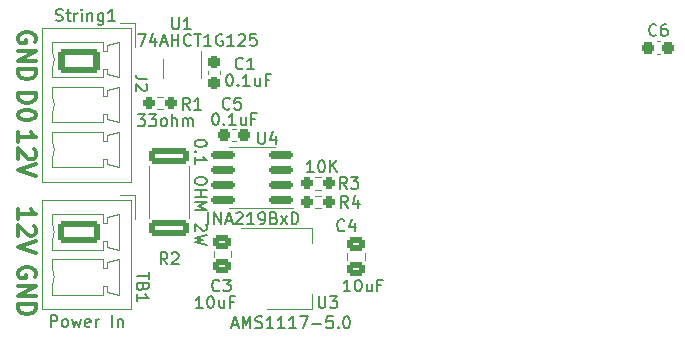
<source format=gbr>
%TF.GenerationSoftware,KiCad,Pcbnew,7.0.10*%
%TF.CreationDate,2024-02-11T01:36:44-05:00*%
%TF.ProjectId,RP2040_Count2,52503230-3430-45f4-936f-756e74322e6b,v2*%
%TF.SameCoordinates,Original*%
%TF.FileFunction,Legend,Top*%
%TF.FilePolarity,Positive*%
%FSLAX46Y46*%
G04 Gerber Fmt 4.6, Leading zero omitted, Abs format (unit mm)*
G04 Created by KiCad (PCBNEW 7.0.10) date 2024-02-11 01:36:44*
%MOMM*%
%LPD*%
G01*
G04 APERTURE LIST*
G04 Aperture macros list*
%AMRoundRect*
0 Rectangle with rounded corners*
0 $1 Rounding radius*
0 $2 $3 $4 $5 $6 $7 $8 $9 X,Y pos of 4 corners*
0 Add a 4 corners polygon primitive as box body*
4,1,4,$2,$3,$4,$5,$6,$7,$8,$9,$2,$3,0*
0 Add four circle primitives for the rounded corners*
1,1,$1+$1,$2,$3*
1,1,$1+$1,$4,$5*
1,1,$1+$1,$6,$7*
1,1,$1+$1,$8,$9*
0 Add four rect primitives between the rounded corners*
20,1,$1+$1,$2,$3,$4,$5,0*
20,1,$1+$1,$4,$5,$6,$7,0*
20,1,$1+$1,$6,$7,$8,$9,0*
20,1,$1+$1,$8,$9,$2,$3,0*%
G04 Aperture macros list end*
%ADD10C,0.300000*%
%ADD11C,0.150000*%
%ADD12C,0.120000*%
%ADD13O,1.500000X2.500000*%
%ADD14O,2.500000X1.500000*%
%ADD15RoundRect,0.249999X1.425001X-0.450001X1.425001X0.450001X-1.425001X0.450001X-1.425001X-0.450001X0*%
%ADD16RoundRect,0.250000X-1.550000X0.650000X-1.550000X-0.650000X1.550000X-0.650000X1.550000X0.650000X0*%
%ADD17O,3.600000X1.800000*%
%ADD18RoundRect,0.237500X-0.250000X-0.237500X0.250000X-0.237500X0.250000X0.237500X-0.250000X0.237500X0*%
%ADD19RoundRect,0.237500X-0.300000X-0.237500X0.300000X-0.237500X0.300000X0.237500X-0.300000X0.237500X0*%
%ADD20RoundRect,0.237500X0.237500X-0.300000X0.237500X0.300000X-0.237500X0.300000X-0.237500X-0.300000X0*%
%ADD21R,0.510000X0.700000*%
%ADD22RoundRect,0.150000X0.825000X0.150000X-0.825000X0.150000X-0.825000X-0.150000X0.825000X-0.150000X0*%
%ADD23RoundRect,0.250000X0.475000X-0.337500X0.475000X0.337500X-0.475000X0.337500X-0.475000X-0.337500X0*%
%ADD24R,2.000000X1.500000*%
%ADD25R,2.000000X3.800000*%
%ADD26RoundRect,0.291667X-1.508333X0.758333X-1.508333X-0.758333X1.508333X-0.758333X1.508333X0.758333X0*%
%ADD27O,3.600000X2.100000*%
%ADD28C,2.200000*%
%ADD29C,1.700000*%
G04 APERTURE END LIST*
D10*
X100199171Y-84540225D02*
X100199171Y-83683082D01*
X100199171Y-84111653D02*
X101699171Y-84111653D01*
X101699171Y-84111653D02*
X101484885Y-83968796D01*
X101484885Y-83968796D02*
X101342028Y-83825939D01*
X101342028Y-83825939D02*
X101270600Y-83683082D01*
X101556314Y-85111653D02*
X101627742Y-85183081D01*
X101627742Y-85183081D02*
X101699171Y-85325939D01*
X101699171Y-85325939D02*
X101699171Y-85683081D01*
X101699171Y-85683081D02*
X101627742Y-85825939D01*
X101627742Y-85825939D02*
X101556314Y-85897367D01*
X101556314Y-85897367D02*
X101413457Y-85968796D01*
X101413457Y-85968796D02*
X101270600Y-85968796D01*
X101270600Y-85968796D02*
X101056314Y-85897367D01*
X101056314Y-85897367D02*
X100199171Y-85040224D01*
X100199171Y-85040224D02*
X100199171Y-85968796D01*
X101699171Y-86397367D02*
X100199171Y-86897367D01*
X100199171Y-86897367D02*
X101699171Y-87397367D01*
X101627742Y-76040225D02*
X101699171Y-75897368D01*
X101699171Y-75897368D02*
X101699171Y-75683082D01*
X101699171Y-75683082D02*
X101627742Y-75468796D01*
X101627742Y-75468796D02*
X101484885Y-75325939D01*
X101484885Y-75325939D02*
X101342028Y-75254510D01*
X101342028Y-75254510D02*
X101056314Y-75183082D01*
X101056314Y-75183082D02*
X100842028Y-75183082D01*
X100842028Y-75183082D02*
X100556314Y-75254510D01*
X100556314Y-75254510D02*
X100413457Y-75325939D01*
X100413457Y-75325939D02*
X100270600Y-75468796D01*
X100270600Y-75468796D02*
X100199171Y-75683082D01*
X100199171Y-75683082D02*
X100199171Y-75825939D01*
X100199171Y-75825939D02*
X100270600Y-76040225D01*
X100270600Y-76040225D02*
X100342028Y-76111653D01*
X100342028Y-76111653D02*
X100842028Y-76111653D01*
X100842028Y-76111653D02*
X100842028Y-75825939D01*
X100199171Y-76754510D02*
X101699171Y-76754510D01*
X101699171Y-76754510D02*
X100199171Y-77611653D01*
X100199171Y-77611653D02*
X101699171Y-77611653D01*
X100199171Y-78325939D02*
X101699171Y-78325939D01*
X101699171Y-78325939D02*
X101699171Y-78683082D01*
X101699171Y-78683082D02*
X101627742Y-78897368D01*
X101627742Y-78897368D02*
X101484885Y-79040225D01*
X101484885Y-79040225D02*
X101342028Y-79111654D01*
X101342028Y-79111654D02*
X101056314Y-79183082D01*
X101056314Y-79183082D02*
X100842028Y-79183082D01*
X100842028Y-79183082D02*
X100556314Y-79111654D01*
X100556314Y-79111654D02*
X100413457Y-79040225D01*
X100413457Y-79040225D02*
X100270600Y-78897368D01*
X100270600Y-78897368D02*
X100199171Y-78683082D01*
X100199171Y-78683082D02*
X100199171Y-78325939D01*
X101627742Y-95940225D02*
X101699171Y-95797368D01*
X101699171Y-95797368D02*
X101699171Y-95583082D01*
X101699171Y-95583082D02*
X101627742Y-95368796D01*
X101627742Y-95368796D02*
X101484885Y-95225939D01*
X101484885Y-95225939D02*
X101342028Y-95154510D01*
X101342028Y-95154510D02*
X101056314Y-95083082D01*
X101056314Y-95083082D02*
X100842028Y-95083082D01*
X100842028Y-95083082D02*
X100556314Y-95154510D01*
X100556314Y-95154510D02*
X100413457Y-95225939D01*
X100413457Y-95225939D02*
X100270600Y-95368796D01*
X100270600Y-95368796D02*
X100199171Y-95583082D01*
X100199171Y-95583082D02*
X100199171Y-95725939D01*
X100199171Y-95725939D02*
X100270600Y-95940225D01*
X100270600Y-95940225D02*
X100342028Y-96011653D01*
X100342028Y-96011653D02*
X100842028Y-96011653D01*
X100842028Y-96011653D02*
X100842028Y-95725939D01*
X100199171Y-96654510D02*
X101699171Y-96654510D01*
X101699171Y-96654510D02*
X100199171Y-97511653D01*
X100199171Y-97511653D02*
X101699171Y-97511653D01*
X100199171Y-98225939D02*
X101699171Y-98225939D01*
X101699171Y-98225939D02*
X101699171Y-98583082D01*
X101699171Y-98583082D02*
X101627742Y-98797368D01*
X101627742Y-98797368D02*
X101484885Y-98940225D01*
X101484885Y-98940225D02*
X101342028Y-99011654D01*
X101342028Y-99011654D02*
X101056314Y-99083082D01*
X101056314Y-99083082D02*
X100842028Y-99083082D01*
X100842028Y-99083082D02*
X100556314Y-99011654D01*
X100556314Y-99011654D02*
X100413457Y-98940225D01*
X100413457Y-98940225D02*
X100270600Y-98797368D01*
X100270600Y-98797368D02*
X100199171Y-98583082D01*
X100199171Y-98583082D02*
X100199171Y-98225939D01*
X100199171Y-91040225D02*
X100199171Y-90183082D01*
X100199171Y-90611653D02*
X101699171Y-90611653D01*
X101699171Y-90611653D02*
X101484885Y-90468796D01*
X101484885Y-90468796D02*
X101342028Y-90325939D01*
X101342028Y-90325939D02*
X101270600Y-90183082D01*
X101556314Y-91611653D02*
X101627742Y-91683081D01*
X101627742Y-91683081D02*
X101699171Y-91825939D01*
X101699171Y-91825939D02*
X101699171Y-92183081D01*
X101699171Y-92183081D02*
X101627742Y-92325939D01*
X101627742Y-92325939D02*
X101556314Y-92397367D01*
X101556314Y-92397367D02*
X101413457Y-92468796D01*
X101413457Y-92468796D02*
X101270600Y-92468796D01*
X101270600Y-92468796D02*
X101056314Y-92397367D01*
X101056314Y-92397367D02*
X100199171Y-91540224D01*
X100199171Y-91540224D02*
X100199171Y-92468796D01*
X101699171Y-92897367D02*
X100199171Y-93397367D01*
X100199171Y-93397367D02*
X101699171Y-93897367D01*
X100199171Y-80354510D02*
X101699171Y-80354510D01*
X101699171Y-80354510D02*
X101699171Y-80711653D01*
X101699171Y-80711653D02*
X101627742Y-80925939D01*
X101627742Y-80925939D02*
X101484885Y-81068796D01*
X101484885Y-81068796D02*
X101342028Y-81140225D01*
X101342028Y-81140225D02*
X101056314Y-81211653D01*
X101056314Y-81211653D02*
X100842028Y-81211653D01*
X100842028Y-81211653D02*
X100556314Y-81140225D01*
X100556314Y-81140225D02*
X100413457Y-81068796D01*
X100413457Y-81068796D02*
X100270600Y-80925939D01*
X100270600Y-80925939D02*
X100199171Y-80711653D01*
X100199171Y-80711653D02*
X100199171Y-80354510D01*
X101699171Y-82140225D02*
X101699171Y-82283082D01*
X101699171Y-82283082D02*
X101627742Y-82425939D01*
X101627742Y-82425939D02*
X101556314Y-82497368D01*
X101556314Y-82497368D02*
X101413457Y-82568796D01*
X101413457Y-82568796D02*
X101127742Y-82640225D01*
X101127742Y-82640225D02*
X100770600Y-82640225D01*
X100770600Y-82640225D02*
X100484885Y-82568796D01*
X100484885Y-82568796D02*
X100342028Y-82497368D01*
X100342028Y-82497368D02*
X100270600Y-82425939D01*
X100270600Y-82425939D02*
X100199171Y-82283082D01*
X100199171Y-82283082D02*
X100199171Y-82140225D01*
X100199171Y-82140225D02*
X100270600Y-81997368D01*
X100270600Y-81997368D02*
X100342028Y-81925939D01*
X100342028Y-81925939D02*
X100484885Y-81854510D01*
X100484885Y-81854510D02*
X100770600Y-81783082D01*
X100770600Y-81783082D02*
X101127742Y-81783082D01*
X101127742Y-81783082D02*
X101413457Y-81854510D01*
X101413457Y-81854510D02*
X101556314Y-81925939D01*
X101556314Y-81925939D02*
X101627742Y-81997368D01*
X101627742Y-81997368D02*
X101699171Y-82140225D01*
D11*
X112833333Y-94854819D02*
X112500000Y-94378628D01*
X112261905Y-94854819D02*
X112261905Y-93854819D01*
X112261905Y-93854819D02*
X112642857Y-93854819D01*
X112642857Y-93854819D02*
X112738095Y-93902438D01*
X112738095Y-93902438D02*
X112785714Y-93950057D01*
X112785714Y-93950057D02*
X112833333Y-94045295D01*
X112833333Y-94045295D02*
X112833333Y-94188152D01*
X112833333Y-94188152D02*
X112785714Y-94283390D01*
X112785714Y-94283390D02*
X112738095Y-94331009D01*
X112738095Y-94331009D02*
X112642857Y-94378628D01*
X112642857Y-94378628D02*
X112261905Y-94378628D01*
X113214286Y-93950057D02*
X113261905Y-93902438D01*
X113261905Y-93902438D02*
X113357143Y-93854819D01*
X113357143Y-93854819D02*
X113595238Y-93854819D01*
X113595238Y-93854819D02*
X113690476Y-93902438D01*
X113690476Y-93902438D02*
X113738095Y-93950057D01*
X113738095Y-93950057D02*
X113785714Y-94045295D01*
X113785714Y-94045295D02*
X113785714Y-94140533D01*
X113785714Y-94140533D02*
X113738095Y-94283390D01*
X113738095Y-94283390D02*
X113166667Y-94854819D01*
X113166667Y-94854819D02*
X113785714Y-94854819D01*
X116165180Y-84559524D02*
X116165180Y-84654762D01*
X116165180Y-84654762D02*
X116117561Y-84750000D01*
X116117561Y-84750000D02*
X116069942Y-84797619D01*
X116069942Y-84797619D02*
X115974704Y-84845238D01*
X115974704Y-84845238D02*
X115784228Y-84892857D01*
X115784228Y-84892857D02*
X115546133Y-84892857D01*
X115546133Y-84892857D02*
X115355657Y-84845238D01*
X115355657Y-84845238D02*
X115260419Y-84797619D01*
X115260419Y-84797619D02*
X115212800Y-84750000D01*
X115212800Y-84750000D02*
X115165180Y-84654762D01*
X115165180Y-84654762D02*
X115165180Y-84559524D01*
X115165180Y-84559524D02*
X115212800Y-84464286D01*
X115212800Y-84464286D02*
X115260419Y-84416667D01*
X115260419Y-84416667D02*
X115355657Y-84369048D01*
X115355657Y-84369048D02*
X115546133Y-84321429D01*
X115546133Y-84321429D02*
X115784228Y-84321429D01*
X115784228Y-84321429D02*
X115974704Y-84369048D01*
X115974704Y-84369048D02*
X116069942Y-84416667D01*
X116069942Y-84416667D02*
X116117561Y-84464286D01*
X116117561Y-84464286D02*
X116165180Y-84559524D01*
X115260419Y-85321429D02*
X115212800Y-85369048D01*
X115212800Y-85369048D02*
X115165180Y-85321429D01*
X115165180Y-85321429D02*
X115212800Y-85273810D01*
X115212800Y-85273810D02*
X115260419Y-85321429D01*
X115260419Y-85321429D02*
X115165180Y-85321429D01*
X115165180Y-86321428D02*
X115165180Y-85750000D01*
X115165180Y-86035714D02*
X116165180Y-86035714D01*
X116165180Y-86035714D02*
X116022323Y-85940476D01*
X116022323Y-85940476D02*
X115927085Y-85845238D01*
X115927085Y-85845238D02*
X115879466Y-85750000D01*
X116165180Y-87702381D02*
X116165180Y-87892857D01*
X116165180Y-87892857D02*
X116117561Y-87988095D01*
X116117561Y-87988095D02*
X116022323Y-88083333D01*
X116022323Y-88083333D02*
X115831847Y-88130952D01*
X115831847Y-88130952D02*
X115498514Y-88130952D01*
X115498514Y-88130952D02*
X115308038Y-88083333D01*
X115308038Y-88083333D02*
X115212800Y-87988095D01*
X115212800Y-87988095D02*
X115165180Y-87892857D01*
X115165180Y-87892857D02*
X115165180Y-87702381D01*
X115165180Y-87702381D02*
X115212800Y-87607143D01*
X115212800Y-87607143D02*
X115308038Y-87511905D01*
X115308038Y-87511905D02*
X115498514Y-87464286D01*
X115498514Y-87464286D02*
X115831847Y-87464286D01*
X115831847Y-87464286D02*
X116022323Y-87511905D01*
X116022323Y-87511905D02*
X116117561Y-87607143D01*
X116117561Y-87607143D02*
X116165180Y-87702381D01*
X115165180Y-88559524D02*
X116165180Y-88559524D01*
X115688990Y-88559524D02*
X115688990Y-89130952D01*
X115165180Y-89130952D02*
X116165180Y-89130952D01*
X115165180Y-89607143D02*
X116165180Y-89607143D01*
X116165180Y-89607143D02*
X115450895Y-89940476D01*
X115450895Y-89940476D02*
X116165180Y-90273809D01*
X116165180Y-90273809D02*
X115165180Y-90273809D01*
X116069942Y-91464286D02*
X116117561Y-91511905D01*
X116117561Y-91511905D02*
X116165180Y-91607143D01*
X116165180Y-91607143D02*
X116165180Y-91845238D01*
X116165180Y-91845238D02*
X116117561Y-91940476D01*
X116117561Y-91940476D02*
X116069942Y-91988095D01*
X116069942Y-91988095D02*
X115974704Y-92035714D01*
X115974704Y-92035714D02*
X115879466Y-92035714D01*
X115879466Y-92035714D02*
X115736609Y-91988095D01*
X115736609Y-91988095D02*
X115165180Y-91416667D01*
X115165180Y-91416667D02*
X115165180Y-92035714D01*
X116165180Y-92369048D02*
X115165180Y-92607143D01*
X115165180Y-92607143D02*
X115879466Y-92797619D01*
X115879466Y-92797619D02*
X115165180Y-92988095D01*
X115165180Y-92988095D02*
X116165180Y-93226191D01*
X111245180Y-95538095D02*
X111245180Y-96109523D01*
X110245180Y-95823809D02*
X111245180Y-95823809D01*
X110768990Y-96776190D02*
X110721371Y-96919047D01*
X110721371Y-96919047D02*
X110673752Y-96966666D01*
X110673752Y-96966666D02*
X110578514Y-97014285D01*
X110578514Y-97014285D02*
X110435657Y-97014285D01*
X110435657Y-97014285D02*
X110340419Y-96966666D01*
X110340419Y-96966666D02*
X110292800Y-96919047D01*
X110292800Y-96919047D02*
X110245180Y-96823809D01*
X110245180Y-96823809D02*
X110245180Y-96442857D01*
X110245180Y-96442857D02*
X111245180Y-96442857D01*
X111245180Y-96442857D02*
X111245180Y-96776190D01*
X111245180Y-96776190D02*
X111197561Y-96871428D01*
X111197561Y-96871428D02*
X111149942Y-96919047D01*
X111149942Y-96919047D02*
X111054704Y-96966666D01*
X111054704Y-96966666D02*
X110959466Y-96966666D01*
X110959466Y-96966666D02*
X110864228Y-96919047D01*
X110864228Y-96919047D02*
X110816609Y-96871428D01*
X110816609Y-96871428D02*
X110768990Y-96776190D01*
X110768990Y-96776190D02*
X110768990Y-96442857D01*
X110245180Y-97966666D02*
X110245180Y-97395238D01*
X110245180Y-97680952D02*
X111245180Y-97680952D01*
X111245180Y-97680952D02*
X111102323Y-97585714D01*
X111102323Y-97585714D02*
X111007085Y-97490476D01*
X111007085Y-97490476D02*
X110959466Y-97395238D01*
X102952381Y-100154819D02*
X102952381Y-99154819D01*
X102952381Y-99154819D02*
X103333333Y-99154819D01*
X103333333Y-99154819D02*
X103428571Y-99202438D01*
X103428571Y-99202438D02*
X103476190Y-99250057D01*
X103476190Y-99250057D02*
X103523809Y-99345295D01*
X103523809Y-99345295D02*
X103523809Y-99488152D01*
X103523809Y-99488152D02*
X103476190Y-99583390D01*
X103476190Y-99583390D02*
X103428571Y-99631009D01*
X103428571Y-99631009D02*
X103333333Y-99678628D01*
X103333333Y-99678628D02*
X102952381Y-99678628D01*
X104095238Y-100154819D02*
X104000000Y-100107200D01*
X104000000Y-100107200D02*
X103952381Y-100059580D01*
X103952381Y-100059580D02*
X103904762Y-99964342D01*
X103904762Y-99964342D02*
X103904762Y-99678628D01*
X103904762Y-99678628D02*
X103952381Y-99583390D01*
X103952381Y-99583390D02*
X104000000Y-99535771D01*
X104000000Y-99535771D02*
X104095238Y-99488152D01*
X104095238Y-99488152D02*
X104238095Y-99488152D01*
X104238095Y-99488152D02*
X104333333Y-99535771D01*
X104333333Y-99535771D02*
X104380952Y-99583390D01*
X104380952Y-99583390D02*
X104428571Y-99678628D01*
X104428571Y-99678628D02*
X104428571Y-99964342D01*
X104428571Y-99964342D02*
X104380952Y-100059580D01*
X104380952Y-100059580D02*
X104333333Y-100107200D01*
X104333333Y-100107200D02*
X104238095Y-100154819D01*
X104238095Y-100154819D02*
X104095238Y-100154819D01*
X104761905Y-99488152D02*
X104952381Y-100154819D01*
X104952381Y-100154819D02*
X105142857Y-99678628D01*
X105142857Y-99678628D02*
X105333333Y-100154819D01*
X105333333Y-100154819D02*
X105523809Y-99488152D01*
X106285714Y-100107200D02*
X106190476Y-100154819D01*
X106190476Y-100154819D02*
X106000000Y-100154819D01*
X106000000Y-100154819D02*
X105904762Y-100107200D01*
X105904762Y-100107200D02*
X105857143Y-100011961D01*
X105857143Y-100011961D02*
X105857143Y-99631009D01*
X105857143Y-99631009D02*
X105904762Y-99535771D01*
X105904762Y-99535771D02*
X106000000Y-99488152D01*
X106000000Y-99488152D02*
X106190476Y-99488152D01*
X106190476Y-99488152D02*
X106285714Y-99535771D01*
X106285714Y-99535771D02*
X106333333Y-99631009D01*
X106333333Y-99631009D02*
X106333333Y-99726247D01*
X106333333Y-99726247D02*
X105857143Y-99821485D01*
X106761905Y-100154819D02*
X106761905Y-99488152D01*
X106761905Y-99678628D02*
X106809524Y-99583390D01*
X106809524Y-99583390D02*
X106857143Y-99535771D01*
X106857143Y-99535771D02*
X106952381Y-99488152D01*
X106952381Y-99488152D02*
X107047619Y-99488152D01*
X108142858Y-100154819D02*
X108142858Y-99154819D01*
X108619048Y-99488152D02*
X108619048Y-100154819D01*
X108619048Y-99583390D02*
X108666667Y-99535771D01*
X108666667Y-99535771D02*
X108761905Y-99488152D01*
X108761905Y-99488152D02*
X108904762Y-99488152D01*
X108904762Y-99488152D02*
X109000000Y-99535771D01*
X109000000Y-99535771D02*
X109047619Y-99631009D01*
X109047619Y-99631009D02*
X109047619Y-100154819D01*
X128033333Y-88454819D02*
X127700000Y-87978628D01*
X127461905Y-88454819D02*
X127461905Y-87454819D01*
X127461905Y-87454819D02*
X127842857Y-87454819D01*
X127842857Y-87454819D02*
X127938095Y-87502438D01*
X127938095Y-87502438D02*
X127985714Y-87550057D01*
X127985714Y-87550057D02*
X128033333Y-87645295D01*
X128033333Y-87645295D02*
X128033333Y-87788152D01*
X128033333Y-87788152D02*
X127985714Y-87883390D01*
X127985714Y-87883390D02*
X127938095Y-87931009D01*
X127938095Y-87931009D02*
X127842857Y-87978628D01*
X127842857Y-87978628D02*
X127461905Y-87978628D01*
X128366667Y-87454819D02*
X128985714Y-87454819D01*
X128985714Y-87454819D02*
X128652381Y-87835771D01*
X128652381Y-87835771D02*
X128795238Y-87835771D01*
X128795238Y-87835771D02*
X128890476Y-87883390D01*
X128890476Y-87883390D02*
X128938095Y-87931009D01*
X128938095Y-87931009D02*
X128985714Y-88026247D01*
X128985714Y-88026247D02*
X128985714Y-88264342D01*
X128985714Y-88264342D02*
X128938095Y-88359580D01*
X128938095Y-88359580D02*
X128890476Y-88407200D01*
X128890476Y-88407200D02*
X128795238Y-88454819D01*
X128795238Y-88454819D02*
X128509524Y-88454819D01*
X128509524Y-88454819D02*
X128414286Y-88407200D01*
X128414286Y-88407200D02*
X128366667Y-88359580D01*
X125222023Y-87054819D02*
X124650595Y-87054819D01*
X124936309Y-87054819D02*
X124936309Y-86054819D01*
X124936309Y-86054819D02*
X124841071Y-86197676D01*
X124841071Y-86197676D02*
X124745833Y-86292914D01*
X124745833Y-86292914D02*
X124650595Y-86340533D01*
X125841071Y-86054819D02*
X125936309Y-86054819D01*
X125936309Y-86054819D02*
X126031547Y-86102438D01*
X126031547Y-86102438D02*
X126079166Y-86150057D01*
X126079166Y-86150057D02*
X126126785Y-86245295D01*
X126126785Y-86245295D02*
X126174404Y-86435771D01*
X126174404Y-86435771D02*
X126174404Y-86673866D01*
X126174404Y-86673866D02*
X126126785Y-86864342D01*
X126126785Y-86864342D02*
X126079166Y-86959580D01*
X126079166Y-86959580D02*
X126031547Y-87007200D01*
X126031547Y-87007200D02*
X125936309Y-87054819D01*
X125936309Y-87054819D02*
X125841071Y-87054819D01*
X125841071Y-87054819D02*
X125745833Y-87007200D01*
X125745833Y-87007200D02*
X125698214Y-86959580D01*
X125698214Y-86959580D02*
X125650595Y-86864342D01*
X125650595Y-86864342D02*
X125602976Y-86673866D01*
X125602976Y-86673866D02*
X125602976Y-86435771D01*
X125602976Y-86435771D02*
X125650595Y-86245295D01*
X125650595Y-86245295D02*
X125698214Y-86150057D01*
X125698214Y-86150057D02*
X125745833Y-86102438D01*
X125745833Y-86102438D02*
X125841071Y-86054819D01*
X126602976Y-87054819D02*
X126602976Y-86054819D01*
X127174404Y-87054819D02*
X126745833Y-86483390D01*
X127174404Y-86054819D02*
X126602976Y-86626247D01*
X154233333Y-75429580D02*
X154185714Y-75477200D01*
X154185714Y-75477200D02*
X154042857Y-75524819D01*
X154042857Y-75524819D02*
X153947619Y-75524819D01*
X153947619Y-75524819D02*
X153804762Y-75477200D01*
X153804762Y-75477200D02*
X153709524Y-75381961D01*
X153709524Y-75381961D02*
X153661905Y-75286723D01*
X153661905Y-75286723D02*
X153614286Y-75096247D01*
X153614286Y-75096247D02*
X153614286Y-74953390D01*
X153614286Y-74953390D02*
X153661905Y-74762914D01*
X153661905Y-74762914D02*
X153709524Y-74667676D01*
X153709524Y-74667676D02*
X153804762Y-74572438D01*
X153804762Y-74572438D02*
X153947619Y-74524819D01*
X153947619Y-74524819D02*
X154042857Y-74524819D01*
X154042857Y-74524819D02*
X154185714Y-74572438D01*
X154185714Y-74572438D02*
X154233333Y-74620057D01*
X155090476Y-74524819D02*
X154900000Y-74524819D01*
X154900000Y-74524819D02*
X154804762Y-74572438D01*
X154804762Y-74572438D02*
X154757143Y-74620057D01*
X154757143Y-74620057D02*
X154661905Y-74762914D01*
X154661905Y-74762914D02*
X154614286Y-74953390D01*
X154614286Y-74953390D02*
X154614286Y-75334342D01*
X154614286Y-75334342D02*
X154661905Y-75429580D01*
X154661905Y-75429580D02*
X154709524Y-75477200D01*
X154709524Y-75477200D02*
X154804762Y-75524819D01*
X154804762Y-75524819D02*
X154995238Y-75524819D01*
X154995238Y-75524819D02*
X155090476Y-75477200D01*
X155090476Y-75477200D02*
X155138095Y-75429580D01*
X155138095Y-75429580D02*
X155185714Y-75334342D01*
X155185714Y-75334342D02*
X155185714Y-75096247D01*
X155185714Y-75096247D02*
X155138095Y-75001009D01*
X155138095Y-75001009D02*
X155090476Y-74953390D01*
X155090476Y-74953390D02*
X154995238Y-74905771D01*
X154995238Y-74905771D02*
X154804762Y-74905771D01*
X154804762Y-74905771D02*
X154709524Y-74953390D01*
X154709524Y-74953390D02*
X154661905Y-75001009D01*
X154661905Y-75001009D02*
X154614286Y-75096247D01*
X119233333Y-78259580D02*
X119185714Y-78307200D01*
X119185714Y-78307200D02*
X119042857Y-78354819D01*
X119042857Y-78354819D02*
X118947619Y-78354819D01*
X118947619Y-78354819D02*
X118804762Y-78307200D01*
X118804762Y-78307200D02*
X118709524Y-78211961D01*
X118709524Y-78211961D02*
X118661905Y-78116723D01*
X118661905Y-78116723D02*
X118614286Y-77926247D01*
X118614286Y-77926247D02*
X118614286Y-77783390D01*
X118614286Y-77783390D02*
X118661905Y-77592914D01*
X118661905Y-77592914D02*
X118709524Y-77497676D01*
X118709524Y-77497676D02*
X118804762Y-77402438D01*
X118804762Y-77402438D02*
X118947619Y-77354819D01*
X118947619Y-77354819D02*
X119042857Y-77354819D01*
X119042857Y-77354819D02*
X119185714Y-77402438D01*
X119185714Y-77402438D02*
X119233333Y-77450057D01*
X120185714Y-78354819D02*
X119614286Y-78354819D01*
X119900000Y-78354819D02*
X119900000Y-77354819D01*
X119900000Y-77354819D02*
X119804762Y-77497676D01*
X119804762Y-77497676D02*
X119709524Y-77592914D01*
X119709524Y-77592914D02*
X119614286Y-77640533D01*
X118057143Y-78754819D02*
X118152381Y-78754819D01*
X118152381Y-78754819D02*
X118247619Y-78802438D01*
X118247619Y-78802438D02*
X118295238Y-78850057D01*
X118295238Y-78850057D02*
X118342857Y-78945295D01*
X118342857Y-78945295D02*
X118390476Y-79135771D01*
X118390476Y-79135771D02*
X118390476Y-79373866D01*
X118390476Y-79373866D02*
X118342857Y-79564342D01*
X118342857Y-79564342D02*
X118295238Y-79659580D01*
X118295238Y-79659580D02*
X118247619Y-79707200D01*
X118247619Y-79707200D02*
X118152381Y-79754819D01*
X118152381Y-79754819D02*
X118057143Y-79754819D01*
X118057143Y-79754819D02*
X117961905Y-79707200D01*
X117961905Y-79707200D02*
X117914286Y-79659580D01*
X117914286Y-79659580D02*
X117866667Y-79564342D01*
X117866667Y-79564342D02*
X117819048Y-79373866D01*
X117819048Y-79373866D02*
X117819048Y-79135771D01*
X117819048Y-79135771D02*
X117866667Y-78945295D01*
X117866667Y-78945295D02*
X117914286Y-78850057D01*
X117914286Y-78850057D02*
X117961905Y-78802438D01*
X117961905Y-78802438D02*
X118057143Y-78754819D01*
X118819048Y-79659580D02*
X118866667Y-79707200D01*
X118866667Y-79707200D02*
X118819048Y-79754819D01*
X118819048Y-79754819D02*
X118771429Y-79707200D01*
X118771429Y-79707200D02*
X118819048Y-79659580D01*
X118819048Y-79659580D02*
X118819048Y-79754819D01*
X119819047Y-79754819D02*
X119247619Y-79754819D01*
X119533333Y-79754819D02*
X119533333Y-78754819D01*
X119533333Y-78754819D02*
X119438095Y-78897676D01*
X119438095Y-78897676D02*
X119342857Y-78992914D01*
X119342857Y-78992914D02*
X119247619Y-79040533D01*
X120676190Y-79088152D02*
X120676190Y-79754819D01*
X120247619Y-79088152D02*
X120247619Y-79611961D01*
X120247619Y-79611961D02*
X120295238Y-79707200D01*
X120295238Y-79707200D02*
X120390476Y-79754819D01*
X120390476Y-79754819D02*
X120533333Y-79754819D01*
X120533333Y-79754819D02*
X120628571Y-79707200D01*
X120628571Y-79707200D02*
X120676190Y-79659580D01*
X121485714Y-79231009D02*
X121152381Y-79231009D01*
X121152381Y-79754819D02*
X121152381Y-78754819D01*
X121152381Y-78754819D02*
X121628571Y-78754819D01*
X113238095Y-73954819D02*
X113238095Y-74764342D01*
X113238095Y-74764342D02*
X113285714Y-74859580D01*
X113285714Y-74859580D02*
X113333333Y-74907200D01*
X113333333Y-74907200D02*
X113428571Y-74954819D01*
X113428571Y-74954819D02*
X113619047Y-74954819D01*
X113619047Y-74954819D02*
X113714285Y-74907200D01*
X113714285Y-74907200D02*
X113761904Y-74859580D01*
X113761904Y-74859580D02*
X113809523Y-74764342D01*
X113809523Y-74764342D02*
X113809523Y-73954819D01*
X114809523Y-74954819D02*
X114238095Y-74954819D01*
X114523809Y-74954819D02*
X114523809Y-73954819D01*
X114523809Y-73954819D02*
X114428571Y-74097676D01*
X114428571Y-74097676D02*
X114333333Y-74192914D01*
X114333333Y-74192914D02*
X114238095Y-74240533D01*
X110352381Y-75354819D02*
X111019047Y-75354819D01*
X111019047Y-75354819D02*
X110590476Y-76354819D01*
X111828571Y-75688152D02*
X111828571Y-76354819D01*
X111590476Y-75307200D02*
X111352381Y-76021485D01*
X111352381Y-76021485D02*
X111971428Y-76021485D01*
X112304762Y-76069104D02*
X112780952Y-76069104D01*
X112209524Y-76354819D02*
X112542857Y-75354819D01*
X112542857Y-75354819D02*
X112876190Y-76354819D01*
X113209524Y-76354819D02*
X113209524Y-75354819D01*
X113209524Y-75831009D02*
X113780952Y-75831009D01*
X113780952Y-76354819D02*
X113780952Y-75354819D01*
X114828571Y-76259580D02*
X114780952Y-76307200D01*
X114780952Y-76307200D02*
X114638095Y-76354819D01*
X114638095Y-76354819D02*
X114542857Y-76354819D01*
X114542857Y-76354819D02*
X114400000Y-76307200D01*
X114400000Y-76307200D02*
X114304762Y-76211961D01*
X114304762Y-76211961D02*
X114257143Y-76116723D01*
X114257143Y-76116723D02*
X114209524Y-75926247D01*
X114209524Y-75926247D02*
X114209524Y-75783390D01*
X114209524Y-75783390D02*
X114257143Y-75592914D01*
X114257143Y-75592914D02*
X114304762Y-75497676D01*
X114304762Y-75497676D02*
X114400000Y-75402438D01*
X114400000Y-75402438D02*
X114542857Y-75354819D01*
X114542857Y-75354819D02*
X114638095Y-75354819D01*
X114638095Y-75354819D02*
X114780952Y-75402438D01*
X114780952Y-75402438D02*
X114828571Y-75450057D01*
X115114286Y-75354819D02*
X115685714Y-75354819D01*
X115400000Y-76354819D02*
X115400000Y-75354819D01*
X116542857Y-76354819D02*
X115971429Y-76354819D01*
X116257143Y-76354819D02*
X116257143Y-75354819D01*
X116257143Y-75354819D02*
X116161905Y-75497676D01*
X116161905Y-75497676D02*
X116066667Y-75592914D01*
X116066667Y-75592914D02*
X115971429Y-75640533D01*
X117495238Y-75402438D02*
X117400000Y-75354819D01*
X117400000Y-75354819D02*
X117257143Y-75354819D01*
X117257143Y-75354819D02*
X117114286Y-75402438D01*
X117114286Y-75402438D02*
X117019048Y-75497676D01*
X117019048Y-75497676D02*
X116971429Y-75592914D01*
X116971429Y-75592914D02*
X116923810Y-75783390D01*
X116923810Y-75783390D02*
X116923810Y-75926247D01*
X116923810Y-75926247D02*
X116971429Y-76116723D01*
X116971429Y-76116723D02*
X117019048Y-76211961D01*
X117019048Y-76211961D02*
X117114286Y-76307200D01*
X117114286Y-76307200D02*
X117257143Y-76354819D01*
X117257143Y-76354819D02*
X117352381Y-76354819D01*
X117352381Y-76354819D02*
X117495238Y-76307200D01*
X117495238Y-76307200D02*
X117542857Y-76259580D01*
X117542857Y-76259580D02*
X117542857Y-75926247D01*
X117542857Y-75926247D02*
X117352381Y-75926247D01*
X118495238Y-76354819D02*
X117923810Y-76354819D01*
X118209524Y-76354819D02*
X118209524Y-75354819D01*
X118209524Y-75354819D02*
X118114286Y-75497676D01*
X118114286Y-75497676D02*
X118019048Y-75592914D01*
X118019048Y-75592914D02*
X117923810Y-75640533D01*
X118876191Y-75450057D02*
X118923810Y-75402438D01*
X118923810Y-75402438D02*
X119019048Y-75354819D01*
X119019048Y-75354819D02*
X119257143Y-75354819D01*
X119257143Y-75354819D02*
X119352381Y-75402438D01*
X119352381Y-75402438D02*
X119400000Y-75450057D01*
X119400000Y-75450057D02*
X119447619Y-75545295D01*
X119447619Y-75545295D02*
X119447619Y-75640533D01*
X119447619Y-75640533D02*
X119400000Y-75783390D01*
X119400000Y-75783390D02*
X118828572Y-76354819D01*
X118828572Y-76354819D02*
X119447619Y-76354819D01*
X120352381Y-75354819D02*
X119876191Y-75354819D01*
X119876191Y-75354819D02*
X119828572Y-75831009D01*
X119828572Y-75831009D02*
X119876191Y-75783390D01*
X119876191Y-75783390D02*
X119971429Y-75735771D01*
X119971429Y-75735771D02*
X120209524Y-75735771D01*
X120209524Y-75735771D02*
X120304762Y-75783390D01*
X120304762Y-75783390D02*
X120352381Y-75831009D01*
X120352381Y-75831009D02*
X120400000Y-75926247D01*
X120400000Y-75926247D02*
X120400000Y-76164342D01*
X120400000Y-76164342D02*
X120352381Y-76259580D01*
X120352381Y-76259580D02*
X120304762Y-76307200D01*
X120304762Y-76307200D02*
X120209524Y-76354819D01*
X120209524Y-76354819D02*
X119971429Y-76354819D01*
X119971429Y-76354819D02*
X119876191Y-76307200D01*
X119876191Y-76307200D02*
X119828572Y-76259580D01*
X120538095Y-83654819D02*
X120538095Y-84464342D01*
X120538095Y-84464342D02*
X120585714Y-84559580D01*
X120585714Y-84559580D02*
X120633333Y-84607200D01*
X120633333Y-84607200D02*
X120728571Y-84654819D01*
X120728571Y-84654819D02*
X120919047Y-84654819D01*
X120919047Y-84654819D02*
X121014285Y-84607200D01*
X121014285Y-84607200D02*
X121061904Y-84559580D01*
X121061904Y-84559580D02*
X121109523Y-84464342D01*
X121109523Y-84464342D02*
X121109523Y-83654819D01*
X122014285Y-83988152D02*
X122014285Y-84654819D01*
X121776190Y-83607200D02*
X121538095Y-84321485D01*
X121538095Y-84321485D02*
X122157142Y-84321485D01*
X116314286Y-91454819D02*
X116314286Y-90454819D01*
X116790476Y-91454819D02*
X116790476Y-90454819D01*
X116790476Y-90454819D02*
X117361904Y-91454819D01*
X117361904Y-91454819D02*
X117361904Y-90454819D01*
X117790476Y-91169104D02*
X118266666Y-91169104D01*
X117695238Y-91454819D02*
X118028571Y-90454819D01*
X118028571Y-90454819D02*
X118361904Y-91454819D01*
X118647619Y-90550057D02*
X118695238Y-90502438D01*
X118695238Y-90502438D02*
X118790476Y-90454819D01*
X118790476Y-90454819D02*
X119028571Y-90454819D01*
X119028571Y-90454819D02*
X119123809Y-90502438D01*
X119123809Y-90502438D02*
X119171428Y-90550057D01*
X119171428Y-90550057D02*
X119219047Y-90645295D01*
X119219047Y-90645295D02*
X119219047Y-90740533D01*
X119219047Y-90740533D02*
X119171428Y-90883390D01*
X119171428Y-90883390D02*
X118600000Y-91454819D01*
X118600000Y-91454819D02*
X119219047Y-91454819D01*
X120171428Y-91454819D02*
X119600000Y-91454819D01*
X119885714Y-91454819D02*
X119885714Y-90454819D01*
X119885714Y-90454819D02*
X119790476Y-90597676D01*
X119790476Y-90597676D02*
X119695238Y-90692914D01*
X119695238Y-90692914D02*
X119600000Y-90740533D01*
X120647619Y-91454819D02*
X120838095Y-91454819D01*
X120838095Y-91454819D02*
X120933333Y-91407200D01*
X120933333Y-91407200D02*
X120980952Y-91359580D01*
X120980952Y-91359580D02*
X121076190Y-91216723D01*
X121076190Y-91216723D02*
X121123809Y-91026247D01*
X121123809Y-91026247D02*
X121123809Y-90645295D01*
X121123809Y-90645295D02*
X121076190Y-90550057D01*
X121076190Y-90550057D02*
X121028571Y-90502438D01*
X121028571Y-90502438D02*
X120933333Y-90454819D01*
X120933333Y-90454819D02*
X120742857Y-90454819D01*
X120742857Y-90454819D02*
X120647619Y-90502438D01*
X120647619Y-90502438D02*
X120600000Y-90550057D01*
X120600000Y-90550057D02*
X120552381Y-90645295D01*
X120552381Y-90645295D02*
X120552381Y-90883390D01*
X120552381Y-90883390D02*
X120600000Y-90978628D01*
X120600000Y-90978628D02*
X120647619Y-91026247D01*
X120647619Y-91026247D02*
X120742857Y-91073866D01*
X120742857Y-91073866D02*
X120933333Y-91073866D01*
X120933333Y-91073866D02*
X121028571Y-91026247D01*
X121028571Y-91026247D02*
X121076190Y-90978628D01*
X121076190Y-90978628D02*
X121123809Y-90883390D01*
X121885714Y-90931009D02*
X122028571Y-90978628D01*
X122028571Y-90978628D02*
X122076190Y-91026247D01*
X122076190Y-91026247D02*
X122123809Y-91121485D01*
X122123809Y-91121485D02*
X122123809Y-91264342D01*
X122123809Y-91264342D02*
X122076190Y-91359580D01*
X122076190Y-91359580D02*
X122028571Y-91407200D01*
X122028571Y-91407200D02*
X121933333Y-91454819D01*
X121933333Y-91454819D02*
X121552381Y-91454819D01*
X121552381Y-91454819D02*
X121552381Y-90454819D01*
X121552381Y-90454819D02*
X121885714Y-90454819D01*
X121885714Y-90454819D02*
X121980952Y-90502438D01*
X121980952Y-90502438D02*
X122028571Y-90550057D01*
X122028571Y-90550057D02*
X122076190Y-90645295D01*
X122076190Y-90645295D02*
X122076190Y-90740533D01*
X122076190Y-90740533D02*
X122028571Y-90835771D01*
X122028571Y-90835771D02*
X121980952Y-90883390D01*
X121980952Y-90883390D02*
X121885714Y-90931009D01*
X121885714Y-90931009D02*
X121552381Y-90931009D01*
X122457143Y-91454819D02*
X122980952Y-90788152D01*
X122457143Y-90788152D02*
X122980952Y-91454819D01*
X123361905Y-91454819D02*
X123361905Y-90454819D01*
X123361905Y-90454819D02*
X123600000Y-90454819D01*
X123600000Y-90454819D02*
X123742857Y-90502438D01*
X123742857Y-90502438D02*
X123838095Y-90597676D01*
X123838095Y-90597676D02*
X123885714Y-90692914D01*
X123885714Y-90692914D02*
X123933333Y-90883390D01*
X123933333Y-90883390D02*
X123933333Y-91026247D01*
X123933333Y-91026247D02*
X123885714Y-91216723D01*
X123885714Y-91216723D02*
X123838095Y-91311961D01*
X123838095Y-91311961D02*
X123742857Y-91407200D01*
X123742857Y-91407200D02*
X123600000Y-91454819D01*
X123600000Y-91454819D02*
X123361905Y-91454819D01*
X127833333Y-91959580D02*
X127785714Y-92007200D01*
X127785714Y-92007200D02*
X127642857Y-92054819D01*
X127642857Y-92054819D02*
X127547619Y-92054819D01*
X127547619Y-92054819D02*
X127404762Y-92007200D01*
X127404762Y-92007200D02*
X127309524Y-91911961D01*
X127309524Y-91911961D02*
X127261905Y-91816723D01*
X127261905Y-91816723D02*
X127214286Y-91626247D01*
X127214286Y-91626247D02*
X127214286Y-91483390D01*
X127214286Y-91483390D02*
X127261905Y-91292914D01*
X127261905Y-91292914D02*
X127309524Y-91197676D01*
X127309524Y-91197676D02*
X127404762Y-91102438D01*
X127404762Y-91102438D02*
X127547619Y-91054819D01*
X127547619Y-91054819D02*
X127642857Y-91054819D01*
X127642857Y-91054819D02*
X127785714Y-91102438D01*
X127785714Y-91102438D02*
X127833333Y-91150057D01*
X128690476Y-91388152D02*
X128690476Y-92054819D01*
X128452381Y-91007200D02*
X128214286Y-91721485D01*
X128214286Y-91721485D02*
X128833333Y-91721485D01*
X128328571Y-97154819D02*
X127757143Y-97154819D01*
X128042857Y-97154819D02*
X128042857Y-96154819D01*
X128042857Y-96154819D02*
X127947619Y-96297676D01*
X127947619Y-96297676D02*
X127852381Y-96392914D01*
X127852381Y-96392914D02*
X127757143Y-96440533D01*
X128947619Y-96154819D02*
X129042857Y-96154819D01*
X129042857Y-96154819D02*
X129138095Y-96202438D01*
X129138095Y-96202438D02*
X129185714Y-96250057D01*
X129185714Y-96250057D02*
X129233333Y-96345295D01*
X129233333Y-96345295D02*
X129280952Y-96535771D01*
X129280952Y-96535771D02*
X129280952Y-96773866D01*
X129280952Y-96773866D02*
X129233333Y-96964342D01*
X129233333Y-96964342D02*
X129185714Y-97059580D01*
X129185714Y-97059580D02*
X129138095Y-97107200D01*
X129138095Y-97107200D02*
X129042857Y-97154819D01*
X129042857Y-97154819D02*
X128947619Y-97154819D01*
X128947619Y-97154819D02*
X128852381Y-97107200D01*
X128852381Y-97107200D02*
X128804762Y-97059580D01*
X128804762Y-97059580D02*
X128757143Y-96964342D01*
X128757143Y-96964342D02*
X128709524Y-96773866D01*
X128709524Y-96773866D02*
X128709524Y-96535771D01*
X128709524Y-96535771D02*
X128757143Y-96345295D01*
X128757143Y-96345295D02*
X128804762Y-96250057D01*
X128804762Y-96250057D02*
X128852381Y-96202438D01*
X128852381Y-96202438D02*
X128947619Y-96154819D01*
X130138095Y-96488152D02*
X130138095Y-97154819D01*
X129709524Y-96488152D02*
X129709524Y-97011961D01*
X129709524Y-97011961D02*
X129757143Y-97107200D01*
X129757143Y-97107200D02*
X129852381Y-97154819D01*
X129852381Y-97154819D02*
X129995238Y-97154819D01*
X129995238Y-97154819D02*
X130090476Y-97107200D01*
X130090476Y-97107200D02*
X130138095Y-97059580D01*
X130947619Y-96631009D02*
X130614286Y-96631009D01*
X130614286Y-97154819D02*
X130614286Y-96154819D01*
X130614286Y-96154819D02*
X131090476Y-96154819D01*
X114733333Y-81754819D02*
X114400000Y-81278628D01*
X114161905Y-81754819D02*
X114161905Y-80754819D01*
X114161905Y-80754819D02*
X114542857Y-80754819D01*
X114542857Y-80754819D02*
X114638095Y-80802438D01*
X114638095Y-80802438D02*
X114685714Y-80850057D01*
X114685714Y-80850057D02*
X114733333Y-80945295D01*
X114733333Y-80945295D02*
X114733333Y-81088152D01*
X114733333Y-81088152D02*
X114685714Y-81183390D01*
X114685714Y-81183390D02*
X114638095Y-81231009D01*
X114638095Y-81231009D02*
X114542857Y-81278628D01*
X114542857Y-81278628D02*
X114161905Y-81278628D01*
X115685714Y-81754819D02*
X115114286Y-81754819D01*
X115400000Y-81754819D02*
X115400000Y-80754819D01*
X115400000Y-80754819D02*
X115304762Y-80897676D01*
X115304762Y-80897676D02*
X115209524Y-80992914D01*
X115209524Y-80992914D02*
X115114286Y-81040533D01*
X110319048Y-82154819D02*
X110938095Y-82154819D01*
X110938095Y-82154819D02*
X110604762Y-82535771D01*
X110604762Y-82535771D02*
X110747619Y-82535771D01*
X110747619Y-82535771D02*
X110842857Y-82583390D01*
X110842857Y-82583390D02*
X110890476Y-82631009D01*
X110890476Y-82631009D02*
X110938095Y-82726247D01*
X110938095Y-82726247D02*
X110938095Y-82964342D01*
X110938095Y-82964342D02*
X110890476Y-83059580D01*
X110890476Y-83059580D02*
X110842857Y-83107200D01*
X110842857Y-83107200D02*
X110747619Y-83154819D01*
X110747619Y-83154819D02*
X110461905Y-83154819D01*
X110461905Y-83154819D02*
X110366667Y-83107200D01*
X110366667Y-83107200D02*
X110319048Y-83059580D01*
X111271429Y-82154819D02*
X111890476Y-82154819D01*
X111890476Y-82154819D02*
X111557143Y-82535771D01*
X111557143Y-82535771D02*
X111700000Y-82535771D01*
X111700000Y-82535771D02*
X111795238Y-82583390D01*
X111795238Y-82583390D02*
X111842857Y-82631009D01*
X111842857Y-82631009D02*
X111890476Y-82726247D01*
X111890476Y-82726247D02*
X111890476Y-82964342D01*
X111890476Y-82964342D02*
X111842857Y-83059580D01*
X111842857Y-83059580D02*
X111795238Y-83107200D01*
X111795238Y-83107200D02*
X111700000Y-83154819D01*
X111700000Y-83154819D02*
X111414286Y-83154819D01*
X111414286Y-83154819D02*
X111319048Y-83107200D01*
X111319048Y-83107200D02*
X111271429Y-83059580D01*
X112461905Y-83154819D02*
X112366667Y-83107200D01*
X112366667Y-83107200D02*
X112319048Y-83059580D01*
X112319048Y-83059580D02*
X112271429Y-82964342D01*
X112271429Y-82964342D02*
X112271429Y-82678628D01*
X112271429Y-82678628D02*
X112319048Y-82583390D01*
X112319048Y-82583390D02*
X112366667Y-82535771D01*
X112366667Y-82535771D02*
X112461905Y-82488152D01*
X112461905Y-82488152D02*
X112604762Y-82488152D01*
X112604762Y-82488152D02*
X112700000Y-82535771D01*
X112700000Y-82535771D02*
X112747619Y-82583390D01*
X112747619Y-82583390D02*
X112795238Y-82678628D01*
X112795238Y-82678628D02*
X112795238Y-82964342D01*
X112795238Y-82964342D02*
X112747619Y-83059580D01*
X112747619Y-83059580D02*
X112700000Y-83107200D01*
X112700000Y-83107200D02*
X112604762Y-83154819D01*
X112604762Y-83154819D02*
X112461905Y-83154819D01*
X113223810Y-83154819D02*
X113223810Y-82154819D01*
X113652381Y-83154819D02*
X113652381Y-82631009D01*
X113652381Y-82631009D02*
X113604762Y-82535771D01*
X113604762Y-82535771D02*
X113509524Y-82488152D01*
X113509524Y-82488152D02*
X113366667Y-82488152D01*
X113366667Y-82488152D02*
X113271429Y-82535771D01*
X113271429Y-82535771D02*
X113223810Y-82583390D01*
X114128572Y-83154819D02*
X114128572Y-82488152D01*
X114128572Y-82583390D02*
X114176191Y-82535771D01*
X114176191Y-82535771D02*
X114271429Y-82488152D01*
X114271429Y-82488152D02*
X114414286Y-82488152D01*
X114414286Y-82488152D02*
X114509524Y-82535771D01*
X114509524Y-82535771D02*
X114557143Y-82631009D01*
X114557143Y-82631009D02*
X114557143Y-83154819D01*
X114557143Y-82631009D02*
X114604762Y-82535771D01*
X114604762Y-82535771D02*
X114700000Y-82488152D01*
X114700000Y-82488152D02*
X114842857Y-82488152D01*
X114842857Y-82488152D02*
X114938096Y-82535771D01*
X114938096Y-82535771D02*
X114985715Y-82631009D01*
X114985715Y-82631009D02*
X114985715Y-83154819D01*
X125638095Y-97554819D02*
X125638095Y-98364342D01*
X125638095Y-98364342D02*
X125685714Y-98459580D01*
X125685714Y-98459580D02*
X125733333Y-98507200D01*
X125733333Y-98507200D02*
X125828571Y-98554819D01*
X125828571Y-98554819D02*
X126019047Y-98554819D01*
X126019047Y-98554819D02*
X126114285Y-98507200D01*
X126114285Y-98507200D02*
X126161904Y-98459580D01*
X126161904Y-98459580D02*
X126209523Y-98364342D01*
X126209523Y-98364342D02*
X126209523Y-97554819D01*
X126590476Y-97554819D02*
X127209523Y-97554819D01*
X127209523Y-97554819D02*
X126876190Y-97935771D01*
X126876190Y-97935771D02*
X127019047Y-97935771D01*
X127019047Y-97935771D02*
X127114285Y-97983390D01*
X127114285Y-97983390D02*
X127161904Y-98031009D01*
X127161904Y-98031009D02*
X127209523Y-98126247D01*
X127209523Y-98126247D02*
X127209523Y-98364342D01*
X127209523Y-98364342D02*
X127161904Y-98459580D01*
X127161904Y-98459580D02*
X127114285Y-98507200D01*
X127114285Y-98507200D02*
X127019047Y-98554819D01*
X127019047Y-98554819D02*
X126733333Y-98554819D01*
X126733333Y-98554819D02*
X126638095Y-98507200D01*
X126638095Y-98507200D02*
X126590476Y-98459580D01*
X118300000Y-99969104D02*
X118776190Y-99969104D01*
X118204762Y-100254819D02*
X118538095Y-99254819D01*
X118538095Y-99254819D02*
X118871428Y-100254819D01*
X119204762Y-100254819D02*
X119204762Y-99254819D01*
X119204762Y-99254819D02*
X119538095Y-99969104D01*
X119538095Y-99969104D02*
X119871428Y-99254819D01*
X119871428Y-99254819D02*
X119871428Y-100254819D01*
X120300000Y-100207200D02*
X120442857Y-100254819D01*
X120442857Y-100254819D02*
X120680952Y-100254819D01*
X120680952Y-100254819D02*
X120776190Y-100207200D01*
X120776190Y-100207200D02*
X120823809Y-100159580D01*
X120823809Y-100159580D02*
X120871428Y-100064342D01*
X120871428Y-100064342D02*
X120871428Y-99969104D01*
X120871428Y-99969104D02*
X120823809Y-99873866D01*
X120823809Y-99873866D02*
X120776190Y-99826247D01*
X120776190Y-99826247D02*
X120680952Y-99778628D01*
X120680952Y-99778628D02*
X120490476Y-99731009D01*
X120490476Y-99731009D02*
X120395238Y-99683390D01*
X120395238Y-99683390D02*
X120347619Y-99635771D01*
X120347619Y-99635771D02*
X120300000Y-99540533D01*
X120300000Y-99540533D02*
X120300000Y-99445295D01*
X120300000Y-99445295D02*
X120347619Y-99350057D01*
X120347619Y-99350057D02*
X120395238Y-99302438D01*
X120395238Y-99302438D02*
X120490476Y-99254819D01*
X120490476Y-99254819D02*
X120728571Y-99254819D01*
X120728571Y-99254819D02*
X120871428Y-99302438D01*
X121823809Y-100254819D02*
X121252381Y-100254819D01*
X121538095Y-100254819D02*
X121538095Y-99254819D01*
X121538095Y-99254819D02*
X121442857Y-99397676D01*
X121442857Y-99397676D02*
X121347619Y-99492914D01*
X121347619Y-99492914D02*
X121252381Y-99540533D01*
X122776190Y-100254819D02*
X122204762Y-100254819D01*
X122490476Y-100254819D02*
X122490476Y-99254819D01*
X122490476Y-99254819D02*
X122395238Y-99397676D01*
X122395238Y-99397676D02*
X122300000Y-99492914D01*
X122300000Y-99492914D02*
X122204762Y-99540533D01*
X123728571Y-100254819D02*
X123157143Y-100254819D01*
X123442857Y-100254819D02*
X123442857Y-99254819D01*
X123442857Y-99254819D02*
X123347619Y-99397676D01*
X123347619Y-99397676D02*
X123252381Y-99492914D01*
X123252381Y-99492914D02*
X123157143Y-99540533D01*
X124061905Y-99254819D02*
X124728571Y-99254819D01*
X124728571Y-99254819D02*
X124300000Y-100254819D01*
X125109524Y-99873866D02*
X125871429Y-99873866D01*
X126823809Y-99254819D02*
X126347619Y-99254819D01*
X126347619Y-99254819D02*
X126300000Y-99731009D01*
X126300000Y-99731009D02*
X126347619Y-99683390D01*
X126347619Y-99683390D02*
X126442857Y-99635771D01*
X126442857Y-99635771D02*
X126680952Y-99635771D01*
X126680952Y-99635771D02*
X126776190Y-99683390D01*
X126776190Y-99683390D02*
X126823809Y-99731009D01*
X126823809Y-99731009D02*
X126871428Y-99826247D01*
X126871428Y-99826247D02*
X126871428Y-100064342D01*
X126871428Y-100064342D02*
X126823809Y-100159580D01*
X126823809Y-100159580D02*
X126776190Y-100207200D01*
X126776190Y-100207200D02*
X126680952Y-100254819D01*
X126680952Y-100254819D02*
X126442857Y-100254819D01*
X126442857Y-100254819D02*
X126347619Y-100207200D01*
X126347619Y-100207200D02*
X126300000Y-100159580D01*
X127300000Y-100159580D02*
X127347619Y-100207200D01*
X127347619Y-100207200D02*
X127300000Y-100254819D01*
X127300000Y-100254819D02*
X127252381Y-100207200D01*
X127252381Y-100207200D02*
X127300000Y-100159580D01*
X127300000Y-100159580D02*
X127300000Y-100254819D01*
X127966666Y-99254819D02*
X128061904Y-99254819D01*
X128061904Y-99254819D02*
X128157142Y-99302438D01*
X128157142Y-99302438D02*
X128204761Y-99350057D01*
X128204761Y-99350057D02*
X128252380Y-99445295D01*
X128252380Y-99445295D02*
X128299999Y-99635771D01*
X128299999Y-99635771D02*
X128299999Y-99873866D01*
X128299999Y-99873866D02*
X128252380Y-100064342D01*
X128252380Y-100064342D02*
X128204761Y-100159580D01*
X128204761Y-100159580D02*
X128157142Y-100207200D01*
X128157142Y-100207200D02*
X128061904Y-100254819D01*
X128061904Y-100254819D02*
X127966666Y-100254819D01*
X127966666Y-100254819D02*
X127871428Y-100207200D01*
X127871428Y-100207200D02*
X127823809Y-100159580D01*
X127823809Y-100159580D02*
X127776190Y-100064342D01*
X127776190Y-100064342D02*
X127728571Y-99873866D01*
X127728571Y-99873866D02*
X127728571Y-99635771D01*
X127728571Y-99635771D02*
X127776190Y-99445295D01*
X127776190Y-99445295D02*
X127823809Y-99350057D01*
X127823809Y-99350057D02*
X127871428Y-99302438D01*
X127871428Y-99302438D02*
X127966666Y-99254819D01*
X118133333Y-81659580D02*
X118085714Y-81707200D01*
X118085714Y-81707200D02*
X117942857Y-81754819D01*
X117942857Y-81754819D02*
X117847619Y-81754819D01*
X117847619Y-81754819D02*
X117704762Y-81707200D01*
X117704762Y-81707200D02*
X117609524Y-81611961D01*
X117609524Y-81611961D02*
X117561905Y-81516723D01*
X117561905Y-81516723D02*
X117514286Y-81326247D01*
X117514286Y-81326247D02*
X117514286Y-81183390D01*
X117514286Y-81183390D02*
X117561905Y-80992914D01*
X117561905Y-80992914D02*
X117609524Y-80897676D01*
X117609524Y-80897676D02*
X117704762Y-80802438D01*
X117704762Y-80802438D02*
X117847619Y-80754819D01*
X117847619Y-80754819D02*
X117942857Y-80754819D01*
X117942857Y-80754819D02*
X118085714Y-80802438D01*
X118085714Y-80802438D02*
X118133333Y-80850057D01*
X119038095Y-80754819D02*
X118561905Y-80754819D01*
X118561905Y-80754819D02*
X118514286Y-81231009D01*
X118514286Y-81231009D02*
X118561905Y-81183390D01*
X118561905Y-81183390D02*
X118657143Y-81135771D01*
X118657143Y-81135771D02*
X118895238Y-81135771D01*
X118895238Y-81135771D02*
X118990476Y-81183390D01*
X118990476Y-81183390D02*
X119038095Y-81231009D01*
X119038095Y-81231009D02*
X119085714Y-81326247D01*
X119085714Y-81326247D02*
X119085714Y-81564342D01*
X119085714Y-81564342D02*
X119038095Y-81659580D01*
X119038095Y-81659580D02*
X118990476Y-81707200D01*
X118990476Y-81707200D02*
X118895238Y-81754819D01*
X118895238Y-81754819D02*
X118657143Y-81754819D01*
X118657143Y-81754819D02*
X118561905Y-81707200D01*
X118561905Y-81707200D02*
X118514286Y-81659580D01*
X116857143Y-82054819D02*
X116952381Y-82054819D01*
X116952381Y-82054819D02*
X117047619Y-82102438D01*
X117047619Y-82102438D02*
X117095238Y-82150057D01*
X117095238Y-82150057D02*
X117142857Y-82245295D01*
X117142857Y-82245295D02*
X117190476Y-82435771D01*
X117190476Y-82435771D02*
X117190476Y-82673866D01*
X117190476Y-82673866D02*
X117142857Y-82864342D01*
X117142857Y-82864342D02*
X117095238Y-82959580D01*
X117095238Y-82959580D02*
X117047619Y-83007200D01*
X117047619Y-83007200D02*
X116952381Y-83054819D01*
X116952381Y-83054819D02*
X116857143Y-83054819D01*
X116857143Y-83054819D02*
X116761905Y-83007200D01*
X116761905Y-83007200D02*
X116714286Y-82959580D01*
X116714286Y-82959580D02*
X116666667Y-82864342D01*
X116666667Y-82864342D02*
X116619048Y-82673866D01*
X116619048Y-82673866D02*
X116619048Y-82435771D01*
X116619048Y-82435771D02*
X116666667Y-82245295D01*
X116666667Y-82245295D02*
X116714286Y-82150057D01*
X116714286Y-82150057D02*
X116761905Y-82102438D01*
X116761905Y-82102438D02*
X116857143Y-82054819D01*
X117619048Y-82959580D02*
X117666667Y-83007200D01*
X117666667Y-83007200D02*
X117619048Y-83054819D01*
X117619048Y-83054819D02*
X117571429Y-83007200D01*
X117571429Y-83007200D02*
X117619048Y-82959580D01*
X117619048Y-82959580D02*
X117619048Y-83054819D01*
X118619047Y-83054819D02*
X118047619Y-83054819D01*
X118333333Y-83054819D02*
X118333333Y-82054819D01*
X118333333Y-82054819D02*
X118238095Y-82197676D01*
X118238095Y-82197676D02*
X118142857Y-82292914D01*
X118142857Y-82292914D02*
X118047619Y-82340533D01*
X119476190Y-82388152D02*
X119476190Y-83054819D01*
X119047619Y-82388152D02*
X119047619Y-82911961D01*
X119047619Y-82911961D02*
X119095238Y-83007200D01*
X119095238Y-83007200D02*
X119190476Y-83054819D01*
X119190476Y-83054819D02*
X119333333Y-83054819D01*
X119333333Y-83054819D02*
X119428571Y-83007200D01*
X119428571Y-83007200D02*
X119476190Y-82959580D01*
X120285714Y-82531009D02*
X119952381Y-82531009D01*
X119952381Y-83054819D02*
X119952381Y-82054819D01*
X119952381Y-82054819D02*
X120428571Y-82054819D01*
X117233333Y-97059580D02*
X117185714Y-97107200D01*
X117185714Y-97107200D02*
X117042857Y-97154819D01*
X117042857Y-97154819D02*
X116947619Y-97154819D01*
X116947619Y-97154819D02*
X116804762Y-97107200D01*
X116804762Y-97107200D02*
X116709524Y-97011961D01*
X116709524Y-97011961D02*
X116661905Y-96916723D01*
X116661905Y-96916723D02*
X116614286Y-96726247D01*
X116614286Y-96726247D02*
X116614286Y-96583390D01*
X116614286Y-96583390D02*
X116661905Y-96392914D01*
X116661905Y-96392914D02*
X116709524Y-96297676D01*
X116709524Y-96297676D02*
X116804762Y-96202438D01*
X116804762Y-96202438D02*
X116947619Y-96154819D01*
X116947619Y-96154819D02*
X117042857Y-96154819D01*
X117042857Y-96154819D02*
X117185714Y-96202438D01*
X117185714Y-96202438D02*
X117233333Y-96250057D01*
X117566667Y-96154819D02*
X118185714Y-96154819D01*
X118185714Y-96154819D02*
X117852381Y-96535771D01*
X117852381Y-96535771D02*
X117995238Y-96535771D01*
X117995238Y-96535771D02*
X118090476Y-96583390D01*
X118090476Y-96583390D02*
X118138095Y-96631009D01*
X118138095Y-96631009D02*
X118185714Y-96726247D01*
X118185714Y-96726247D02*
X118185714Y-96964342D01*
X118185714Y-96964342D02*
X118138095Y-97059580D01*
X118138095Y-97059580D02*
X118090476Y-97107200D01*
X118090476Y-97107200D02*
X117995238Y-97154819D01*
X117995238Y-97154819D02*
X117709524Y-97154819D01*
X117709524Y-97154819D02*
X117614286Y-97107200D01*
X117614286Y-97107200D02*
X117566667Y-97059580D01*
X115828571Y-98554819D02*
X115257143Y-98554819D01*
X115542857Y-98554819D02*
X115542857Y-97554819D01*
X115542857Y-97554819D02*
X115447619Y-97697676D01*
X115447619Y-97697676D02*
X115352381Y-97792914D01*
X115352381Y-97792914D02*
X115257143Y-97840533D01*
X116447619Y-97554819D02*
X116542857Y-97554819D01*
X116542857Y-97554819D02*
X116638095Y-97602438D01*
X116638095Y-97602438D02*
X116685714Y-97650057D01*
X116685714Y-97650057D02*
X116733333Y-97745295D01*
X116733333Y-97745295D02*
X116780952Y-97935771D01*
X116780952Y-97935771D02*
X116780952Y-98173866D01*
X116780952Y-98173866D02*
X116733333Y-98364342D01*
X116733333Y-98364342D02*
X116685714Y-98459580D01*
X116685714Y-98459580D02*
X116638095Y-98507200D01*
X116638095Y-98507200D02*
X116542857Y-98554819D01*
X116542857Y-98554819D02*
X116447619Y-98554819D01*
X116447619Y-98554819D02*
X116352381Y-98507200D01*
X116352381Y-98507200D02*
X116304762Y-98459580D01*
X116304762Y-98459580D02*
X116257143Y-98364342D01*
X116257143Y-98364342D02*
X116209524Y-98173866D01*
X116209524Y-98173866D02*
X116209524Y-97935771D01*
X116209524Y-97935771D02*
X116257143Y-97745295D01*
X116257143Y-97745295D02*
X116304762Y-97650057D01*
X116304762Y-97650057D02*
X116352381Y-97602438D01*
X116352381Y-97602438D02*
X116447619Y-97554819D01*
X117638095Y-97888152D02*
X117638095Y-98554819D01*
X117209524Y-97888152D02*
X117209524Y-98411961D01*
X117209524Y-98411961D02*
X117257143Y-98507200D01*
X117257143Y-98507200D02*
X117352381Y-98554819D01*
X117352381Y-98554819D02*
X117495238Y-98554819D01*
X117495238Y-98554819D02*
X117590476Y-98507200D01*
X117590476Y-98507200D02*
X117638095Y-98459580D01*
X118447619Y-98031009D02*
X118114286Y-98031009D01*
X118114286Y-98554819D02*
X118114286Y-97554819D01*
X118114286Y-97554819D02*
X118590476Y-97554819D01*
X128133333Y-90054819D02*
X127800000Y-89578628D01*
X127561905Y-90054819D02*
X127561905Y-89054819D01*
X127561905Y-89054819D02*
X127942857Y-89054819D01*
X127942857Y-89054819D02*
X128038095Y-89102438D01*
X128038095Y-89102438D02*
X128085714Y-89150057D01*
X128085714Y-89150057D02*
X128133333Y-89245295D01*
X128133333Y-89245295D02*
X128133333Y-89388152D01*
X128133333Y-89388152D02*
X128085714Y-89483390D01*
X128085714Y-89483390D02*
X128038095Y-89531009D01*
X128038095Y-89531009D02*
X127942857Y-89578628D01*
X127942857Y-89578628D02*
X127561905Y-89578628D01*
X128990476Y-89388152D02*
X128990476Y-90054819D01*
X128752381Y-89007200D02*
X128514286Y-89721485D01*
X128514286Y-89721485D02*
X129133333Y-89721485D01*
X111145180Y-79166666D02*
X110430895Y-79166666D01*
X110430895Y-79166666D02*
X110288038Y-79119047D01*
X110288038Y-79119047D02*
X110192800Y-79023809D01*
X110192800Y-79023809D02*
X110145180Y-78880952D01*
X110145180Y-78880952D02*
X110145180Y-78785714D01*
X111049942Y-79595238D02*
X111097561Y-79642857D01*
X111097561Y-79642857D02*
X111145180Y-79738095D01*
X111145180Y-79738095D02*
X111145180Y-79976190D01*
X111145180Y-79976190D02*
X111097561Y-80071428D01*
X111097561Y-80071428D02*
X111049942Y-80119047D01*
X111049942Y-80119047D02*
X110954704Y-80166666D01*
X110954704Y-80166666D02*
X110859466Y-80166666D01*
X110859466Y-80166666D02*
X110716609Y-80119047D01*
X110716609Y-80119047D02*
X110145180Y-79547619D01*
X110145180Y-79547619D02*
X110145180Y-80166666D01*
X103400000Y-74207200D02*
X103542857Y-74254819D01*
X103542857Y-74254819D02*
X103780952Y-74254819D01*
X103780952Y-74254819D02*
X103876190Y-74207200D01*
X103876190Y-74207200D02*
X103923809Y-74159580D01*
X103923809Y-74159580D02*
X103971428Y-74064342D01*
X103971428Y-74064342D02*
X103971428Y-73969104D01*
X103971428Y-73969104D02*
X103923809Y-73873866D01*
X103923809Y-73873866D02*
X103876190Y-73826247D01*
X103876190Y-73826247D02*
X103780952Y-73778628D01*
X103780952Y-73778628D02*
X103590476Y-73731009D01*
X103590476Y-73731009D02*
X103495238Y-73683390D01*
X103495238Y-73683390D02*
X103447619Y-73635771D01*
X103447619Y-73635771D02*
X103400000Y-73540533D01*
X103400000Y-73540533D02*
X103400000Y-73445295D01*
X103400000Y-73445295D02*
X103447619Y-73350057D01*
X103447619Y-73350057D02*
X103495238Y-73302438D01*
X103495238Y-73302438D02*
X103590476Y-73254819D01*
X103590476Y-73254819D02*
X103828571Y-73254819D01*
X103828571Y-73254819D02*
X103971428Y-73302438D01*
X104257143Y-73588152D02*
X104638095Y-73588152D01*
X104400000Y-73254819D02*
X104400000Y-74111961D01*
X104400000Y-74111961D02*
X104447619Y-74207200D01*
X104447619Y-74207200D02*
X104542857Y-74254819D01*
X104542857Y-74254819D02*
X104638095Y-74254819D01*
X104971429Y-74254819D02*
X104971429Y-73588152D01*
X104971429Y-73778628D02*
X105019048Y-73683390D01*
X105019048Y-73683390D02*
X105066667Y-73635771D01*
X105066667Y-73635771D02*
X105161905Y-73588152D01*
X105161905Y-73588152D02*
X105257143Y-73588152D01*
X105590477Y-74254819D02*
X105590477Y-73588152D01*
X105590477Y-73254819D02*
X105542858Y-73302438D01*
X105542858Y-73302438D02*
X105590477Y-73350057D01*
X105590477Y-73350057D02*
X105638096Y-73302438D01*
X105638096Y-73302438D02*
X105590477Y-73254819D01*
X105590477Y-73254819D02*
X105590477Y-73350057D01*
X106066667Y-73588152D02*
X106066667Y-74254819D01*
X106066667Y-73683390D02*
X106114286Y-73635771D01*
X106114286Y-73635771D02*
X106209524Y-73588152D01*
X106209524Y-73588152D02*
X106352381Y-73588152D01*
X106352381Y-73588152D02*
X106447619Y-73635771D01*
X106447619Y-73635771D02*
X106495238Y-73731009D01*
X106495238Y-73731009D02*
X106495238Y-74254819D01*
X107400000Y-73588152D02*
X107400000Y-74397676D01*
X107400000Y-74397676D02*
X107352381Y-74492914D01*
X107352381Y-74492914D02*
X107304762Y-74540533D01*
X107304762Y-74540533D02*
X107209524Y-74588152D01*
X107209524Y-74588152D02*
X107066667Y-74588152D01*
X107066667Y-74588152D02*
X106971429Y-74540533D01*
X107400000Y-74207200D02*
X107304762Y-74254819D01*
X107304762Y-74254819D02*
X107114286Y-74254819D01*
X107114286Y-74254819D02*
X107019048Y-74207200D01*
X107019048Y-74207200D02*
X106971429Y-74159580D01*
X106971429Y-74159580D02*
X106923810Y-74064342D01*
X106923810Y-74064342D02*
X106923810Y-73778628D01*
X106923810Y-73778628D02*
X106971429Y-73683390D01*
X106971429Y-73683390D02*
X107019048Y-73635771D01*
X107019048Y-73635771D02*
X107114286Y-73588152D01*
X107114286Y-73588152D02*
X107304762Y-73588152D01*
X107304762Y-73588152D02*
X107400000Y-73635771D01*
X108400000Y-74254819D02*
X107828572Y-74254819D01*
X108114286Y-74254819D02*
X108114286Y-73254819D01*
X108114286Y-73254819D02*
X108019048Y-73397676D01*
X108019048Y-73397676D02*
X107923810Y-73492914D01*
X107923810Y-73492914D02*
X107828572Y-73540533D01*
D12*
%TO.C,R2*%
X111290000Y-90927064D02*
X111290000Y-86572936D01*
X114710000Y-90927064D02*
X114710000Y-86572936D01*
%TO.C,TB1*%
X110107500Y-89012500D02*
X110107500Y-91012500D01*
X108857500Y-89012500D02*
X110107500Y-89012500D01*
X109717500Y-89402500D02*
X102247500Y-89402500D01*
X102247500Y-89402500D02*
X102247500Y-98632500D01*
X108757500Y-90612500D02*
X108757500Y-93612500D01*
X107407500Y-90612500D02*
X107407500Y-91362500D01*
X103107500Y-90612500D02*
X107407500Y-90612500D01*
X107757500Y-90862500D02*
X108757500Y-90612500D01*
X107757500Y-91362500D02*
X107757500Y-90862500D01*
X107407500Y-91362500D02*
X107757500Y-91362500D01*
X103107500Y-91362500D02*
X103107500Y-90612500D01*
X107757500Y-92862500D02*
X107407500Y-92862500D01*
X107407500Y-92862500D02*
X107407500Y-93612500D01*
X107757500Y-93362500D02*
X107757500Y-92862500D01*
X108757500Y-93612500D02*
X107757500Y-93362500D01*
X107407500Y-93612500D02*
X103107500Y-93612500D01*
X103107500Y-93612500D02*
X103107500Y-92862500D01*
X108757500Y-94422500D02*
X108757500Y-97422500D01*
X107407500Y-94422500D02*
X107407500Y-95172500D01*
X103107500Y-94422500D02*
X107407500Y-94422500D01*
X107757500Y-94672500D02*
X108757500Y-94422500D01*
X107757500Y-95172500D02*
X107757500Y-94672500D01*
X107407500Y-95172500D02*
X107757500Y-95172500D01*
X103107500Y-95172500D02*
X103107500Y-94422500D01*
X107757500Y-96672500D02*
X107407500Y-96672500D01*
X107407500Y-96672500D02*
X107407500Y-97422500D01*
X107757500Y-97172500D02*
X107757500Y-96672500D01*
X108757500Y-97422500D02*
X107757500Y-97172500D01*
X107407500Y-97422500D02*
X103107500Y-97422500D01*
X103107500Y-97422500D02*
X103107500Y-96672500D01*
X109717500Y-98632500D02*
X109717500Y-89402500D01*
X102247500Y-98632500D02*
X109717500Y-98632500D01*
X103107655Y-92862147D02*
G75*
G03*
X103107500Y-91362500I-1700155J749647D01*
G01*
X103107655Y-96672147D02*
G75*
G03*
X103107500Y-95172500I-1700155J749647D01*
G01*
%TO.C,R3*%
X125345276Y-87477500D02*
X125854724Y-87477500D01*
X125345276Y-88522500D02*
X125854724Y-88522500D01*
%TO.C,C6*%
X154253733Y-75990000D02*
X154546267Y-75990000D01*
X154253733Y-77010000D02*
X154546267Y-77010000D01*
%TO.C,C1*%
X116290000Y-78746267D02*
X116290000Y-78453733D01*
X117310000Y-78746267D02*
X117310000Y-78453733D01*
%TO.C,U1*%
X112500000Y-77500000D02*
X112500000Y-79100000D01*
X115700000Y-79100000D02*
X115700000Y-76800000D01*
%TO.C,U4*%
X120000000Y-90060000D02*
X123450000Y-90060000D01*
X120000000Y-90060000D02*
X118050000Y-90060000D01*
X120000000Y-84940000D02*
X121950000Y-84940000D01*
X120000000Y-84940000D02*
X118050000Y-84940000D01*
%TO.C,C4*%
X128065000Y-94461252D02*
X128065000Y-93938748D01*
X129535000Y-94461252D02*
X129535000Y-93938748D01*
%TO.C,R1*%
X111945276Y-80677500D02*
X112454724Y-80677500D01*
X111945276Y-81722500D02*
X112454724Y-81722500D01*
%TO.C,U3*%
X119050000Y-91790000D02*
X125060000Y-91790000D01*
X121300000Y-98610000D02*
X125060000Y-98610000D01*
X125060000Y-91790000D02*
X125060000Y-93050000D01*
X125060000Y-98610000D02*
X125060000Y-97350000D01*
%TO.C,C5*%
X118316233Y-83390000D02*
X118608767Y-83390000D01*
X118316233Y-84410000D02*
X118608767Y-84410000D01*
%TO.C,C3*%
X116765000Y-94261252D02*
X116765000Y-93738748D01*
X118235000Y-94261252D02*
X118235000Y-93738748D01*
%TO.C,R4*%
X125345276Y-89077500D02*
X125854724Y-89077500D01*
X125345276Y-90122500D02*
X125854724Y-90122500D01*
%TO.C,J2*%
X110107500Y-74430000D02*
X110107500Y-76430000D01*
X108857500Y-74430000D02*
X110107500Y-74430000D01*
X109717500Y-74820000D02*
X102247500Y-74820000D01*
X102247500Y-74820000D02*
X102247500Y-87860000D01*
X108757500Y-76030000D02*
X108757500Y-79030000D01*
X107407500Y-76030000D02*
X107407500Y-76780000D01*
X103107500Y-76030000D02*
X107407500Y-76030000D01*
X107757500Y-76280000D02*
X108757500Y-76030000D01*
X107757500Y-76780000D02*
X107757500Y-76280000D01*
X107407500Y-76780000D02*
X107757500Y-76780000D01*
X103107500Y-76780000D02*
X103107500Y-76030000D01*
X107757500Y-78280000D02*
X107407500Y-78280000D01*
X107407500Y-78280000D02*
X107407500Y-79030000D01*
X107757500Y-78780000D02*
X107757500Y-78280000D01*
X108757500Y-79030000D02*
X107757500Y-78780000D01*
X107407500Y-79030000D02*
X103107500Y-79030000D01*
X103107500Y-79030000D02*
X103107500Y-78280000D01*
X108757500Y-79840000D02*
X108757500Y-82840000D01*
X107407500Y-79840000D02*
X107407500Y-80590000D01*
X103107500Y-79840000D02*
X107407500Y-79840000D01*
X107757500Y-80090000D02*
X108757500Y-79840000D01*
X107757500Y-80590000D02*
X107757500Y-80090000D01*
X107407500Y-80590000D02*
X107757500Y-80590000D01*
X103107500Y-80590000D02*
X103107500Y-79840000D01*
X107757500Y-82090000D02*
X107407500Y-82090000D01*
X107407500Y-82090000D02*
X107407500Y-82840000D01*
X107757500Y-82590000D02*
X107757500Y-82090000D01*
X108757500Y-82840000D02*
X107757500Y-82590000D01*
X107407500Y-82840000D02*
X103107500Y-82840000D01*
X103107500Y-82840000D02*
X103107500Y-82090000D01*
X108757500Y-83650000D02*
X108757500Y-86650000D01*
X107407500Y-83650000D02*
X107407500Y-84400000D01*
X103107500Y-83650000D02*
X107407500Y-83650000D01*
X107757500Y-83900000D02*
X108757500Y-83650000D01*
X107757500Y-84400000D02*
X107757500Y-83900000D01*
X107407500Y-84400000D02*
X107757500Y-84400000D01*
X103107500Y-84400000D02*
X103107500Y-83650000D01*
X107757500Y-85900000D02*
X107407500Y-85900000D01*
X107407500Y-85900000D02*
X107407500Y-86650000D01*
X107757500Y-86400000D02*
X107757500Y-85900000D01*
X108757500Y-86650000D02*
X107757500Y-86400000D01*
X107407500Y-86650000D02*
X103107500Y-86650000D01*
X103107500Y-86650000D02*
X103107500Y-85900000D01*
X109717500Y-87860000D02*
X109717500Y-74820000D01*
X102247500Y-87860000D02*
X109717500Y-87860000D01*
X103107655Y-78279647D02*
G75*
G03*
X103107500Y-76780000I-1700155J749647D01*
G01*
X103107655Y-82089647D02*
G75*
G03*
X103107500Y-80590000I-1700155J749647D01*
G01*
X103107655Y-85899647D02*
G75*
G03*
X103107500Y-84400000I-1700155J749647D01*
G01*
%TD*%
%LPC*%
D13*
%TO.C,U2*%
X155360000Y-95470000D03*
X152820000Y-95470000D03*
X150280000Y-95470000D03*
X147740000Y-95470000D03*
X145200000Y-95470000D03*
X142660000Y-95470000D03*
X140120000Y-95470000D03*
X137580000Y-95470000D03*
X135040000Y-95470000D03*
D14*
X134540000Y-92430000D03*
X134540000Y-89890000D03*
X134540000Y-87350000D03*
X134540000Y-84810000D03*
X134540000Y-82270000D03*
D13*
X135040000Y-79230000D03*
X137580000Y-79230000D03*
X140120000Y-79230000D03*
X142660000Y-79230000D03*
X145200000Y-79230000D03*
X147740000Y-79230000D03*
X150280000Y-79230000D03*
X152820000Y-79230000D03*
X155360000Y-79230000D03*
%TD*%
D15*
%TO.C,R2*%
X113000000Y-91800000D03*
X113000000Y-85700000D03*
%TD*%
D16*
%TO.C,TB1*%
X105357500Y-92112500D03*
D17*
X105357500Y-95922500D03*
%TD*%
D18*
%TO.C,R3*%
X124687500Y-88000000D03*
X126512500Y-88000000D03*
%TD*%
D19*
%TO.C,C6*%
X153537500Y-76500000D03*
X155262500Y-76500000D03*
%TD*%
D20*
%TO.C,C1*%
X116800000Y-79462500D03*
X116800000Y-77737500D03*
%TD*%
D21*
%TO.C,U1*%
X115050000Y-77140000D03*
X114100000Y-77140000D03*
X113150000Y-77140000D03*
X113150000Y-79460000D03*
X115050000Y-79460000D03*
%TD*%
D22*
%TO.C,U4*%
X122475000Y-89405000D03*
X122475000Y-88135000D03*
X122475000Y-86865000D03*
X122475000Y-85595000D03*
X117525000Y-85595000D03*
X117525000Y-86865000D03*
X117525000Y-88135000D03*
X117525000Y-89405000D03*
%TD*%
D23*
%TO.C,C4*%
X128800000Y-95237500D03*
X128800000Y-93162500D03*
%TD*%
D18*
%TO.C,R1*%
X111287500Y-81200000D03*
X113112500Y-81200000D03*
%TD*%
D24*
%TO.C,U3*%
X120000000Y-92900000D03*
X120000000Y-95200000D03*
D25*
X126300000Y-95200000D03*
D24*
X120000000Y-97500000D03*
%TD*%
D19*
%TO.C,C5*%
X117600000Y-83900000D03*
X119325000Y-83900000D03*
%TD*%
D23*
%TO.C,C3*%
X117500000Y-95037500D03*
X117500000Y-92962500D03*
%TD*%
D18*
%TO.C,R4*%
X124687500Y-89600000D03*
X126512500Y-89600000D03*
%TD*%
D26*
%TO.C,J2*%
X105357500Y-77680000D03*
D17*
X105357500Y-81340000D03*
D27*
X105357500Y-85000000D03*
%TD*%
D28*
%TO.C,J3*%
X130500000Y-75550000D03*
X130500000Y-98850000D03*
D29*
X130000000Y-91000000D03*
X130000000Y-88500000D03*
X130000000Y-85900000D03*
X130000000Y-83400000D03*
%TD*%
%LPD*%
M02*

</source>
